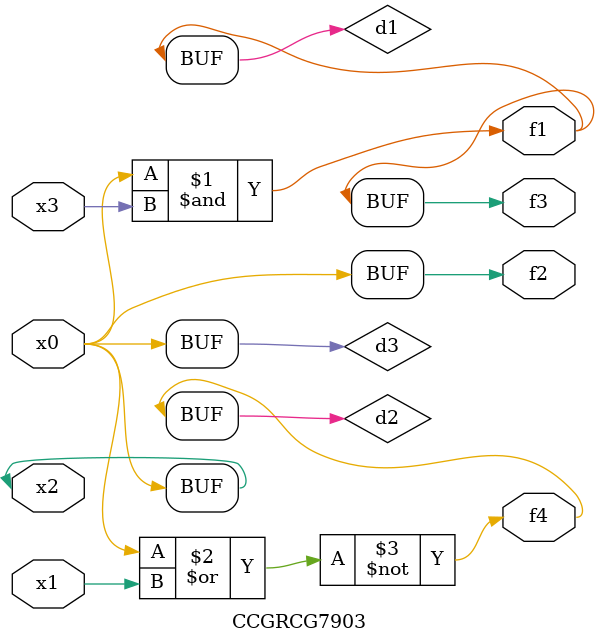
<source format=v>
module CCGRCG7903(
	input x0, x1, x2, x3,
	output f1, f2, f3, f4
);

	wire d1, d2, d3;

	and (d1, x2, x3);
	nor (d2, x0, x1);
	buf (d3, x0, x2);
	assign f1 = d1;
	assign f2 = d3;
	assign f3 = d1;
	assign f4 = d2;
endmodule

</source>
